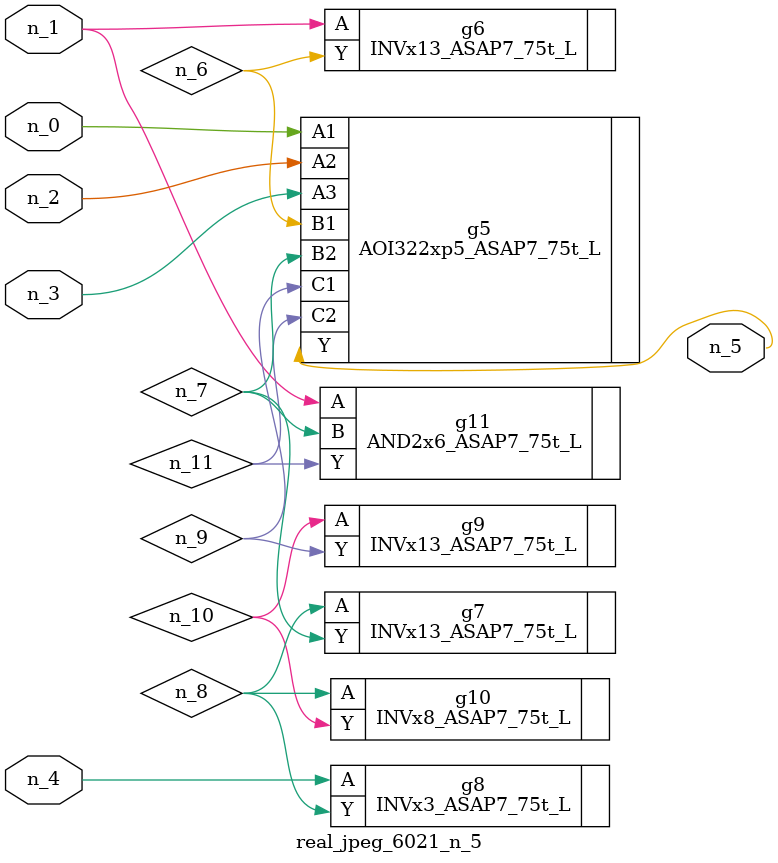
<source format=v>
module real_jpeg_6021_n_5 (n_4, n_0, n_1, n_2, n_3, n_5);

input n_4;
input n_0;
input n_1;
input n_2;
input n_3;

output n_5;

wire n_8;
wire n_11;
wire n_6;
wire n_7;
wire n_10;
wire n_9;

AOI322xp5_ASAP7_75t_L g5 ( 
.A1(n_0),
.A2(n_2),
.A3(n_3),
.B1(n_6),
.B2(n_7),
.C1(n_9),
.C2(n_11),
.Y(n_5)
);

INVx13_ASAP7_75t_L g6 ( 
.A(n_1),
.Y(n_6)
);

AND2x6_ASAP7_75t_L g11 ( 
.A(n_1),
.B(n_7),
.Y(n_11)
);

INVx3_ASAP7_75t_L g8 ( 
.A(n_4),
.Y(n_8)
);

INVx13_ASAP7_75t_L g7 ( 
.A(n_8),
.Y(n_7)
);

INVx8_ASAP7_75t_L g10 ( 
.A(n_8),
.Y(n_10)
);

INVx13_ASAP7_75t_L g9 ( 
.A(n_10),
.Y(n_9)
);


endmodule
</source>
